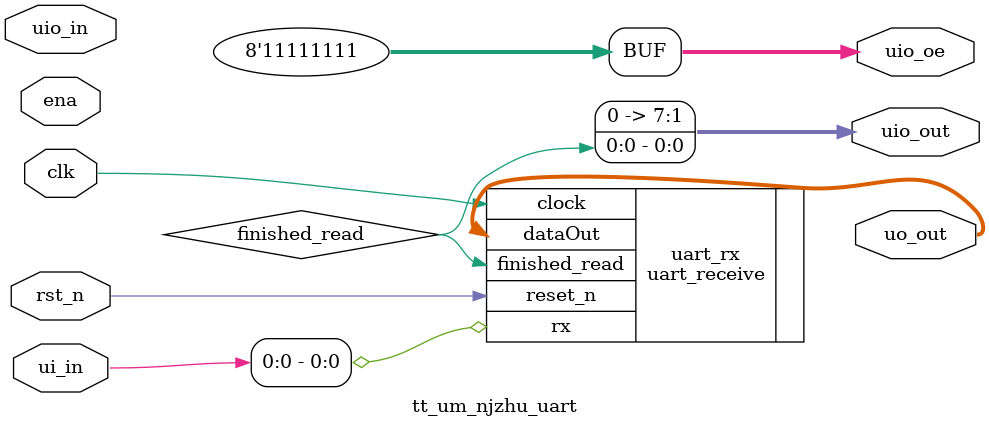
<source format=sv>
`default_nettype none

module tt_um_njzhu_uart (
    input  logic [7:0] ui_in,    // Dedicated inputs - connected to the input switches
    output logic [7:0] uo_out,   // Dedicated outputs - connected to the 7 segment display
    input  logic [7:0] uio_in,   // IOs: Bidirectional Input path
    output logic [7:0] uio_out,  // IOs: Bidirectional Output path
    output logic [7:0] uio_oe,   // IOs: Bidirectional Enable path (active high: 0=input, 1=output)
    input  logic       ena,      // will go high when the design is enabled
    input  logic       clk,      // clock
    input  logic       rst_n     // reset_n - low to reset
);
    logic finished_read;

    // use bidirectionals as outputs
    assign uio_oe = 8'b11111111;

    assign uio_out[0] = finished_read;

    assign uio_out[7:1] = 'd0;

    uart_receive #(5_000_000, 9600) uart_rx (.rx(ui_in[0]), 
                                              .clock(clk),
                                              .reset_n(rst_n),
                                              .dataOut(uo_out),
                                              .finished_read(finished_read));

endmodule : tt_um_njzhu_uart
</source>
